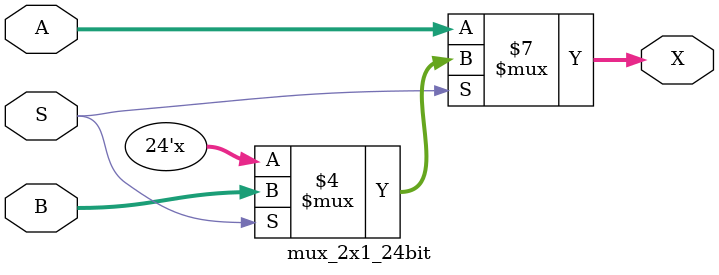
<source format=v>
module mux_2x1_24bit (
    input S,
    input [23:0] A, B,
    output reg [23:0] X
);

always @ (*) 
    begin
        if (S == 1'b0)
            X <= A;
        else if (S == 1'b1)
            X <= B;
    end
endmodule
</source>
